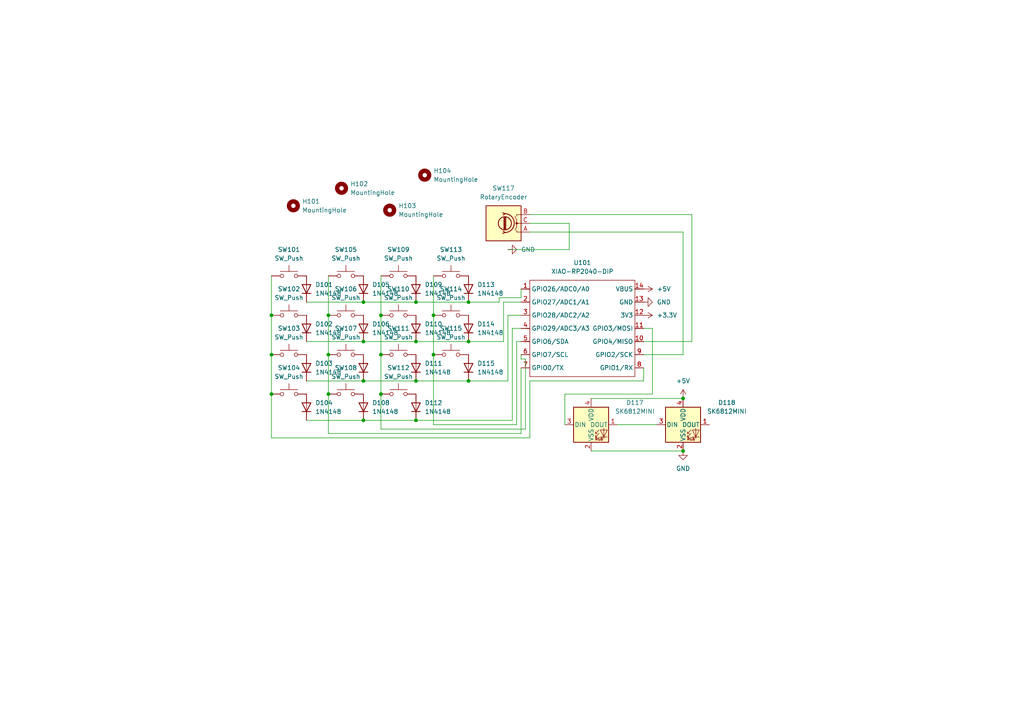
<source format=kicad_sch>
(kicad_sch (version 20250114) (generator "eeschema") (generator_version "9.0")
  (paper "A4")
  (title_block (title "hack Pad") (date "12/4/1225") (rev "1"))
  (lib_symbols
    (symbol "Device:RotaryEncoder" (pin_names (offset 0.254) (hide yes))
      (property "Reference" "SW" (at 0 6.604 0))
      (property "Value" "RotaryEncoder" (at 0 -6.604 0))
      (symbol "RotaryEncoder_0_1"
        (rectangle (start -5.08 5.08) (end 5.08 -5.08) (stroke (width 0.254)) (fill (type background)))
        (polyline (pts (xy -5.08 2.54) (xy -3.81 2.54) (xy -3.81 2.032)))
        (polyline (pts (xy -5.08 0) (xy -3.81 0) (xy -3.81 -1.016) (xy -3.302 -2.032)))
        (polyline (pts (xy -5.08 -2.54) (xy -3.81 -2.54) (xy -3.81 -2.032)))
        (polyline (pts (xy -4.318 0) (xy -3.81 0) (xy -3.81 1.016) (xy -3.302 2.032)))
        (circle (center -3.81 0) (radius 0.254) (fill (type outline)))
        (polyline (pts (xy -0.635 -1.778) (xy -0.635 1.778)) (stroke (width 0.254)))
        (circle (center -0.381 0) (radius 1.905) (stroke (width 0.254)))
        (polyline (pts (xy -0.381 -1.778) (xy -0.381 1.778)) (stroke (width 0.254)))
        (arc (start -0.381 -2.794) (mid -3.0988 -0.0635) (end -0.381 2.667) (stroke (width 0.254)))
        (polyline (pts (xy -0.127 1.778) (xy -0.127 -1.778)) (stroke (width 0.254)))
        (polyline (pts (xy 0.254 2.921) (xy -0.508 2.667) (xy 0.127 2.286)) (stroke (width 0.254)))
        (polyline (pts (xy 0.254 -3.048) (xy -0.508 -2.794) (xy 0.127 -2.413)) (stroke (width 0.254)))
      )
      (symbol "RotaryEncoder_1_1"
        (pin passive line (at -7.62 2.54 0) (length 2.54) (name "A") (number "A"))
        (pin passive line (at -7.62 0 0) (length 2.54) (name "C") (number "C"))
        (pin passive line (at -7.62 -2.54 0) (length 2.54) (name "B") (number "B"))
      )
    )
    (symbol "Diode:1N4148" (pin_numbers (hide yes)) (pin_names (hide yes))
      (property "Reference" "D" (at 0 2.54 0))
      (property "Value" "1N4148" (at 0 -2.54 0))
      (symbol "1N4148_0_1"
        (polyline (pts (xy -1.27 1.27) (xy -1.27 -1.27)) (stroke (width 0.254)))
        (polyline (pts (xy 1.27 1.27) (xy 1.27 -1.27) (xy -1.27 0) (xy 1.27 1.27)) (stroke (width 0.254)))
        (polyline (pts (xy 1.27 0) (xy -1.27 0)))
      )
      (symbol "1N4148_1_1"
        (pin passive line (at -3.81 0 0) (length 2.54) (name "K") (number "1"))
        (pin passive line (at 3.81 0 180) (length 2.54) (name "A") (number "2"))
      )
    )
    (symbol "LED:SK6812MINI" (pin_names (offset 0.254))
      (property "Reference" "D" (at 5.08 5.715 0))
      (property "Value" "SK6812MINI" (at 1.27 -5.715 0))
      (symbol "SK6812MINI_0_0"
        (text "RGB" (at 2.286 -4.191 0) (effects (font (size 0.762 0.762))))
      )
      (symbol "SK6812MINI_0_1"
        (polyline (pts (xy 1.27 -2.54) (xy 1.778 -2.54)))
        (polyline (pts (xy 1.27 -3.556) (xy 1.778 -3.556)))
        (polyline (pts (xy 2.286 -1.524) (xy 1.27 -2.54) (xy 1.27 -2.032)))
        (polyline (pts (xy 2.286 -2.54) (xy 1.27 -3.556) (xy 1.27 -3.048)))
        (polyline (pts (xy 3.683 -1.016) (xy 3.683 -3.556) (xy 3.683 -4.064)))
        (polyline (pts (xy 4.699 -1.524) (xy 2.667 -1.524) (xy 3.683 -3.556) (xy 4.699 -1.524)))
        (polyline (pts (xy 4.699 -3.556) (xy 2.667 -3.556)))
        (rectangle (start 5.08 5.08) (end -5.08 -5.08) (stroke (width 0.254)) (fill (type background)))
      )
      (symbol "SK6812MINI_1_1"
        (pin input line (at -7.62 0 0) (length 2.54) (name "DIN") (number "3"))
        (pin power_in line (at 0 7.62 270) (length 2.54) (name "VDD") (number "4"))
        (pin power_in line (at 0 -7.62 90) (length 2.54) (name "VSS") (number "2"))
        (pin output line (at 7.62 0 180) (length 2.54) (name "DOUT") (number "1"))
      )
    )
    (symbol "Mechanical:MountingHole" (pin_names (offset 1.016)) (in_bom no)
      (property "Reference" "H" (at 0 5.08 0))
      (property "Value" "MountingHole" (at 0 3.175 0))
      (symbol "MountingHole_0_1"
        (circle (center 0 0) (radius 1.27) (stroke (width 1.27)))
      )
    )
    (symbol "Switch:SW_Push" (pin_numbers (hide yes)) (pin_names (offset 1.016) (hide yes))
      (property "Reference" "SW" (at 1.27 2.54 0))
      (property "Value" "SW_Push" (at 0 -1.524 0))
      (symbol "SW_Push_0_1"
        (circle (center -2.032 0) (radius 0.508))
        (polyline (pts (xy 0 1.27) (xy 0 3.048)))
        (circle (center 2.032 0) (radius 0.508))
        (polyline (pts (xy 2.54 1.27) (xy -2.54 1.27)))
        (pin passive line (at -5.08 0 0) (length 2.54) (name "1") (number "1"))
        (pin passive line (at 5.08 0 180) (length 2.54) (name "2") (number "2"))
      )
    )
    (symbol "opl:XIAO-RP2040-DIP"
      (property "Reference" "U" (at 0 0 0))
      (property "Value" "XIAO-RP2040-DIP" (at 5.334 -1.778 0))
      (symbol "XIAO-RP2040-DIP_1_0"
        (polyline (pts (xy -1.27 -2.54) (xy 29.21 -2.54)) (stroke (width 0.1524)))
        (polyline (pts (xy -1.27 -5.08) (xy -2.54 -5.08)) (stroke (width 0.1524)))
        (polyline (pts (xy -1.27 -5.08) (xy -1.27 -2.54)) (stroke (width 0.1524)))
        (polyline (pts (xy -1.27 -8.89) (xy -2.54 -8.89)) (stroke (width 0.1524)))
        (polyline (pts (xy -1.27 -8.89) (xy -1.27 -5.08)) (stroke (width 0.1524)))
        (polyline (pts (xy -1.27 -12.7) (xy -2.54 -12.7)) (stroke (width 0.1524)))
        (polyline (pts (xy -1.27 -12.7) (xy -1.27 -8.89)) (stroke (width 0.1524)))
        (polyline (pts (xy -1.27 -16.51) (xy -2.54 -16.51)) (stroke (width 0.1524)))
        (polyline (pts (xy -1.27 -16.51) (xy -1.27 -12.7)) (stroke (width 0.1524)))
        (polyline (pts (xy -1.27 -20.32) (xy -2.54 -20.32)) (stroke (width 0.1524)))
        (polyline (pts (xy -1.27 -24.13) (xy -2.54 -24.13)) (stroke (width 0.1524)))
        (polyline (pts (xy -1.27 -27.94) (xy -2.54 -27.94)) (stroke (width 0.1524)))
        (polyline (pts (xy -1.27 -30.48) (xy -1.27 -16.51)) (stroke (width 0.1524)))
        (polyline (pts (xy 29.21 -2.54) (xy 29.21 -5.08)) (stroke (width 0.1524)))
        (polyline (pts (xy 29.21 -5.08) (xy 29.21 -8.89)) (stroke (width 0.1524)))
        (polyline (pts (xy 29.21 -8.89) (xy 29.21 -12.7)) (stroke (width 0.1524)))
        (polyline (pts (xy 29.21 -12.7) (xy 29.21 -30.48)) (stroke (width 0.1524)))
        (polyline (pts (xy 29.21 -30.48) (xy -1.27 -30.48)) (stroke (width 0.1524)))
        (polyline (pts (xy 30.48 -5.08) (xy 29.21 -5.08)) (stroke (width 0.1524)))
        (polyline (pts (xy 30.48 -8.89) (xy 29.21 -8.89)) (stroke (width 0.1524)))
        (polyline (pts (xy 30.48 -12.7) (xy 29.21 -12.7)) (stroke (width 0.1524)))
        (polyline (pts (xy 30.48 -16.51) (xy 29.21 -16.51)) (stroke (width 0.1524)))
        (polyline (pts (xy 30.48 -20.32) (xy 29.21 -20.32)) (stroke (width 0.1524)))
        (polyline (pts (xy 30.48 -24.13) (xy 29.21 -24.13)) (stroke (width 0.1524)))
        (polyline (pts (xy 30.48 -27.94) (xy 29.21 -27.94)) (stroke (width 0.1524)))
        (pin passive line (at -3.81 -5.08 0) (length 2.54) (name "GPIO26/ADC0/A0") (number "1"))
        (pin passive line (at -3.81 -8.89 0) (length 2.54) (name "GPIO27/ADC1/A1") (number "2"))
        (pin passive line (at -3.81 -12.7 0) (length 2.54) (name "GPIO28/ADC2/A2") (number "3"))
        (pin passive line (at -3.81 -16.51 0) (length 2.54) (name "GPIO29/ADC3/A3") (number "4"))
        (pin passive line (at -3.81 -20.32 0) (length 2.54) (name "GPIO6/SDA") (number "5"))
        (pin passive line (at -3.81 -24.13 0) (length 2.54) (name "GPIO7/SCL") (number "6"))
        (pin passive line (at -3.81 -27.94 0) (length 2.54) (name "GPIO0/TX") (number "7"))
        (pin passive line (at 31.75 -5.08 180) (length 2.54) (name "VBUS") (number "14"))
        (pin passive line (at 31.75 -8.89 180) (length 2.54) (name "GND") (number "13"))
        (pin passive line (at 31.75 -12.7 180) (length 2.54) (name "3V3") (number "12"))
        (pin passive line (at 31.75 -16.51 180) (length 2.54) (name "GPIO3/MOSI") (number "11"))
        (pin passive line (at 31.75 -20.32 180) (length 2.54) (name "GPIO4/MISO") (number "10"))
        (pin passive line (at 31.75 -24.13 180) (length 2.54) (name "GPIO2/SCK") (number "9"))
        (pin passive line (at 31.75 -27.94 180) (length 2.54) (name "GPIO1/RX") (number "8"))
      )
    )
    (symbol "power:+3.3V" (power) (pin_numbers (hide yes)) (pin_names (offset 0) (hide yes))
      (property "Value" "+3.3V" (at 0 3.556 0))
      (symbol "+3.3V_0_1"
        (polyline (pts (xy -0.762 1.27) (xy 0 2.54)))
        (polyline (pts (xy 0 2.54) (xy 0.762 1.27)))
        (polyline (pts (xy 0 0) (xy 0 2.54)))
      )
      (symbol "+3.3V_1_1"
        (pin power_in line (at 0 0 90) (length 0) (name "~") (number "1"))
      )
    )
    (symbol "power:+5V" (power) (pin_numbers (hide yes)) (pin_names (offset 0) (hide yes))
      (property "Value" "+5V" (at 0 3.556 0))
      (symbol "+5V_0_1"
        (polyline (pts (xy -0.762 1.27) (xy 0 2.54)))
        (polyline (pts (xy 0 2.54) (xy 0.762 1.27)))
        (polyline (pts (xy 0 0) (xy 0 2.54)))
      )
      (symbol "+5V_1_1"
        (pin power_in line (at 0 0 90) (length 0) (name "~") (number "1"))
      )
    )
    (symbol "power:GND" (power) (pin_numbers (hide yes)) (pin_names (offset 0) (hide yes))
      (property "Value" "GND" (at 0 -3.81 0))
      (symbol "GND_0_1"
        (polyline (pts (xy 0 0) (xy 0 -1.27) (xy 1.27 -1.27) (xy 0 -2.54) (xy -1.27 -1.27) (xy 0 -1.27)))
      )
      (symbol "GND_1_1"
        (pin power_in line (at 0 0 270) (length 0) (name "~") (number "1"))
      )
    )
  )
  (junction (at 95.25 102.87))
  (junction (at 105.41 110.49))
  (junction (at 198.12 115.57))
  (junction (at 135.89 87.63))
  (junction (at 95.25 114.3))
  (junction (at 105.41 87.63))
  (junction (at 110.49 102.87))
  (junction (at 125.73 91.44))
  (junction (at 135.89 110.49))
  (junction (at 125.73 102.87))
  (junction (at 198.12 130.81))
  (junction (at 110.49 114.3))
  (junction (at 110.49 91.44))
  (junction (at 105.41 99.06))
  (junction (at 120.65 110.49))
  (junction (at 78.74 91.44))
  (junction (at 105.41 121.92))
  (junction (at 135.89 99.06))
  (junction (at 95.25 91.44))
  (junction (at 120.65 121.92))
  (junction (at 120.65 87.63))
  (junction (at 78.74 102.87))
  (junction (at 78.74 114.3))
  (junction (at 120.65 99.06))
  (wire (pts (xy 147.32 110.49) (xy 147.32 91.44)))
  (wire (pts (xy 78.74 102.87) (xy 78.74 114.3)))
  (wire (pts (xy 95.25 91.44) (xy 95.25 102.87)))
  (wire (pts (xy 95.25 102.87) (xy 95.25 114.3)))
  (wire (pts (xy 110.49 124.46) (xy 152.4 124.46)))
  (wire (pts (xy 88.9 99.06) (xy 105.41 99.06)))
  (wire (pts (xy 186.69 95.25) (xy 189.23 95.25)))
  (wire (pts (xy 189.23 95.25) (xy 189.23 114.3)))
  (wire (pts (xy 151.13 125.73) (xy 151.13 106.68)))
  (wire (pts (xy 120.65 87.63) (xy 135.89 87.63)))
  (wire (pts (xy 144.78 87.63) (xy 144.78 86.36)))
  (wire (pts (xy 105.41 87.63) (xy 120.65 87.63)))
  (wire (pts (xy 186.69 99.06) (xy 200.66 99.06)))
  (wire (pts (xy 105.41 121.92) (xy 120.65 121.92)))
  (wire (pts (xy 125.73 91.44) (xy 125.73 102.87)))
  (wire (pts (xy 171.45 130.81) (xy 198.12 130.81)))
  (wire (pts (xy 152.4 104.14) (xy 151.13 104.14)))
  (wire (pts (xy 110.49 91.44) (xy 110.49 102.87)))
  (wire (pts (xy 153.67 64.77) (xy 165.1 64.77)))
  (wire (pts (xy 146.05 99.06) (xy 146.05 87.63)))
  (wire (pts (xy 88.9 87.63) (xy 105.41 87.63)))
  (wire (pts (xy 135.89 110.49) (xy 147.32 110.49)))
  (wire (pts (xy 153.67 67.31) (xy 198.12 67.31)))
  (wire (pts (xy 110.49 102.87) (xy 110.49 114.3)))
  (wire (pts (xy 149.86 99.06) (xy 151.13 99.06)))
  (wire (pts (xy 148.59 121.92) (xy 148.59 95.25)))
  (wire (pts (xy 200.66 62.23) (xy 200.66 99.06)))
  (wire (pts (xy 163.83 114.3) (xy 163.83 123.19)))
  (wire (pts (xy 110.49 114.3) (xy 110.49 124.46)))
  (wire (pts (xy 95.25 125.73) (xy 151.13 125.73)))
  (wire (pts (xy 179.07 123.19) (xy 190.5 123.19)))
  (wire (pts (xy 144.78 86.36) (xy 151.13 86.36)))
  (wire (pts (xy 88.9 121.92) (xy 105.41 121.92)))
  (wire (pts (xy 149.86 123.19) (xy 149.86 99.06)))
  (wire (pts (xy 153.67 110.49) (xy 186.69 110.49)))
  (wire (pts (xy 125.73 80.01) (xy 125.73 91.44)))
  (wire (pts (xy 148.59 95.25) (xy 151.13 95.25)))
  (wire (pts (xy 151.13 86.36) (xy 151.13 83.82)))
  (wire (pts (xy 198.12 67.31) (xy 198.12 102.87)))
  (wire (pts (xy 135.89 99.06) (xy 146.05 99.06)))
  (wire (pts (xy 105.41 110.49) (xy 120.65 110.49)))
  (wire (pts (xy 78.74 91.44) (xy 78.74 102.87)))
  (wire (pts (xy 78.74 127) (xy 153.67 127)))
  (wire (pts (xy 165.1 72.39) (xy 147.32 72.39)))
  (wire (pts (xy 189.23 114.3) (xy 163.83 114.3)))
  (wire (pts (xy 125.73 102.87) (xy 125.73 123.19)))
  (wire (pts (xy 152.4 124.46) (xy 152.4 104.14)))
  (wire (pts (xy 78.74 114.3) (xy 78.74 127)))
  (wire (pts (xy 88.9 110.49) (xy 105.41 110.49)))
  (wire (pts (xy 95.25 80.01) (xy 95.25 91.44)))
  (wire (pts (xy 186.69 110.49) (xy 186.69 106.68)))
  (wire (pts (xy 186.69 102.87) (xy 198.12 102.87)))
  (wire (pts (xy 120.65 99.06) (xy 135.89 99.06)))
  (wire (pts (xy 135.89 87.63) (xy 144.78 87.63)))
  (wire (pts (xy 146.05 87.63) (xy 151.13 87.63)))
  (wire (pts (xy 110.49 80.01) (xy 110.49 91.44)))
  (wire (pts (xy 78.74 80.01) (xy 78.74 91.44)))
  (wire (pts (xy 120.65 110.49) (xy 135.89 110.49)))
  (wire (pts (xy 151.13 102.87) (xy 151.13 104.14)))
  (wire (pts (xy 125.73 123.19) (xy 149.86 123.19)))
  (wire (pts (xy 147.32 91.44) (xy 151.13 91.44)))
  (wire (pts (xy 171.45 115.57) (xy 198.12 115.57)))
  (wire (pts (xy 120.65 121.92) (xy 148.59 121.92)))
  (wire (pts (xy 153.67 62.23) (xy 200.66 62.23)))
  (wire (pts (xy 153.67 127) (xy 153.67 110.49)))
  (wire (pts (xy 165.1 64.77) (xy 165.1 72.39)))
  (wire (pts (xy 95.25 114.3) (xy 95.25 125.73)))
  (wire (pts (xy 105.41 99.06) (xy 120.65 99.06)))
  (symbol (lib_id "power:+5V") (at 186.69 83.82 270) (unit 1)
    (property "Reference" "#PWR0102" (effects (hide yes)))
    (property "Value" "+5V" (at 190.5 83.8199 90) (effects (justify left)))
    (property "Description" "Power symbol creates a global label with name \"+5V\"" (effects (hide yes)))
  )
  (symbol (lib_id "Mechanical:MountingHole") (at 123.19 50.8 0) (unit 1) (in_bom no)
    (property "Reference" "H104" (at 125.73 49.5299 0) (effects (justify left)))
    (property "Value" "MountingHole" (at 125.73 52.0699 0) (effects (justify left)))
    (property "Footprint" "MountingHole:MountingHole_3.2mm_M3" (effects (hide yes)))
    (property "Description" "Mounting Hole without connection" (effects (hide yes)))
  )
  (symbol (lib_id "Switch:SW_Push") (at 115.57 91.44 0) (unit 1)
    (property "Reference" "SW110" (at 115.57 83.82 0))
    (property "Value" "SW_Push" (at 115.57 86.36 0))
    (property "Footprint" "Button_Switch_Keyboard:SW_Cherry_MX_1.00u_PCB" (effects (hide yes)))
    (property "Description" "Push button switch, generic, two pins" (effects (hide yes)))
  )
  (symbol (lib_id "Switch:SW_Push") (at 100.33 91.44 0) (unit 1)
    (property "Reference" "SW106" (at 100.33 83.82 0))
    (property "Value" "SW_Push" (at 100.33 86.36 0))
    (property "Footprint" "Button_Switch_Keyboard:SW_Cherry_MX_1.00u_PCB" (effects (hide yes)))
    (property "Description" "Push button switch, generic, two pins" (effects (hide yes)))
  )
  (symbol (lib_id "Mechanical:MountingHole") (at 113.03 60.96 0) (unit 1) (in_bom no)
    (property "Reference" "H103" (at 115.57 59.6899 0) (effects (justify left)))
    (property "Value" "MountingHole" (at 115.57 62.2299 0) (effects (justify left)))
    (property "Footprint" "MountingHole:MountingHole_3.2mm_M3" (effects (hide yes)))
    (property "Description" "Mounting Hole without connection" (effects (hide yes)))
  )
  (symbol (lib_id "Diode:1N4148") (at 105.41 95.25 90) (unit 1)
    (property "Reference" "D106" (at 107.95 93.9799 90) (effects (justify right)))
    (property "Value" "1N4148" (at 107.95 96.5199 90) (effects (justify right)))
    (property "Footprint" "Diode_THT:D_DO-35_SOD27_P7.62mm_Horizontal" (effects (hide yes)))
    (property "Datasheet" "https://assets.nexperia.com/documents/data-sheet/1N4148_1N4448.pdf" (effects (hide yes)))
    (property "Description" "100V 0.15A standard switching diode, DO-35" (effects (hide yes)))
    (property "Sim.Device" "D" (effects (hide yes)))
    (property "Sim.Pins" "1=K 2=A" (effects (hide yes)))
  )
  (symbol (lib_id "Mechanical:MountingHole") (at 99.06 54.61 0) (unit 1) (in_bom no)
    (property "Reference" "H102" (at 101.6 53.3399 0) (effects (justify left)))
    (property "Value" "MountingHole" (at 101.6 55.8799 0) (effects (justify left)))
    (property "Footprint" "MountingHole:MountingHole_3.2mm_M3" (effects (hide yes)))
    (property "Description" "Mounting Hole without connection" (effects (hide yes)))
  )
  (symbol (lib_id "Diode:1N4148") (at 120.65 83.82 90) (unit 1)
    (property "Reference" "D109" (at 123.19 82.5499 90) (effects (justify right)))
    (property "Value" "1N4148" (at 123.19 85.0899 90) (effects (justify right)))
    (property "Footprint" "Diode_THT:D_DO-35_SOD27_P7.62mm_Horizontal" (effects (hide yes)))
    (property "Datasheet" "https://assets.nexperia.com/documents/data-sheet/1N4148_1N4448.pdf" (effects (hide yes)))
    (property "Description" "100V 0.15A standard switching diode, DO-35" (effects (hide yes)))
    (property "Sim.Device" "D" (effects (hide yes)))
    (property "Sim.Pins" "1=K 2=A" (effects (hide yes)))
  )
  (symbol (lib_id "Diode:1N4148") (at 88.9 83.82 90) (unit 1)
    (property "Reference" "D101" (at 91.44 82.5499 90) (effects (justify right)))
    (property "Value" "1N4148" (at 91.44 85.0899 90) (effects (justify right)))
    (property "Footprint" "Diode_THT:D_DO-35_SOD27_P7.62mm_Horizontal" (effects (hide yes)))
    (property "Datasheet" "https://assets.nexperia.com/documents/data-sheet/1N4148_1N4448.pdf" (effects (hide yes)))
    (property "Description" "100V 0.15A standard switching diode, DO-35" (effects (hide yes)))
    (property "Sim.Device" "D" (effects (hide yes)))
    (property "Sim.Pins" "1=K 2=A" (effects (hide yes)))
  )
  (symbol (lib_id "Diode:1N4148") (at 120.65 118.11 90) (unit 1)
    (property "Reference" "D112" (at 123.19 116.8399 90) (effects (justify right)))
    (property "Value" "1N4148" (at 123.19 119.3799 90) (effects (justify right)))
    (property "Footprint" "Diode_THT:D_DO-35_SOD27_P7.62mm_Horizontal" (effects (hide yes)))
    (property "Datasheet" "https://assets.nexperia.com/documents/data-sheet/1N4148_1N4448.pdf" (effects (hide yes)))
    (property "Description" "100V 0.15A standard switching diode, DO-35" (effects (hide yes)))
    (property "Sim.Device" "D" (effects (hide yes)))
    (property "Sim.Pins" "1=K 2=A" (effects (hide yes)))
  )
  (symbol (lib_id "Switch:SW_Push") (at 130.81 80.01 0) (unit 1)
    (property "Reference" "SW113" (at 130.81 72.39 0))
    (property "Value" "SW_Push" (at 130.81 74.93 0))
    (property "Footprint" "Button_Switch_Keyboard:SW_Cherry_MX_1.00u_PCB" (effects (hide yes)))
    (property "Description" "Push button switch, generic, two pins" (effects (hide yes)))
  )
  (symbol (lib_id "Diode:1N4148") (at 88.9 118.11 90) (unit 1)
    (property "Reference" "D104" (at 91.44 116.8399 90) (effects (justify right)))
    (property "Value" "1N4148" (at 91.44 119.3799 90) (effects (justify right)))
    (property "Footprint" "Diode_THT:D_DO-35_SOD27_P7.62mm_Horizontal" (effects (hide yes)))
    (property "Datasheet" "https://assets.nexperia.com/documents/data-sheet/1N4148_1N4448.pdf" (effects (hide yes)))
    (property "Description" "100V 0.15A standard switching diode, DO-35" (effects (hide yes)))
    (property "Sim.Device" "D" (effects (hide yes)))
    (property "Sim.Pins" "1=K 2=A" (effects (hide yes)))
  )
  (symbol (lib_id "Diode:1N4148") (at 105.41 118.11 90) (unit 1)
    (property "Reference" "D108" (at 107.95 116.8399 90) (effects (justify right)))
    (property "Value" "1N4148" (at 107.95 119.3799 90) (effects (justify right)))
    (property "Footprint" "Diode_THT:D_DO-35_SOD27_P7.62mm_Horizontal" (effects (hide yes)))
    (property "Datasheet" "https://assets.nexperia.com/documents/data-sheet/1N4148_1N4448.pdf" (effects (hide yes)))
    (property "Description" "100V 0.15A standard switching diode, DO-35" (effects (hide yes)))
    (property "Sim.Device" "D" (effects (hide yes)))
    (property "Sim.Pins" "1=K 2=A" (effects (hide yes)))
  )
  (symbol (lib_id "Diode:1N4148") (at 135.89 95.25 90) (unit 1)
    (property "Reference" "D114" (at 138.43 93.9799 90) (effects (justify right)))
    (property "Value" "1N4148" (at 138.43 96.5199 90) (effects (justify right)))
    (property "Footprint" "Diode_THT:D_DO-35_SOD27_P7.62mm_Horizontal" (effects (hide yes)))
    (property "Datasheet" "https://assets.nexperia.com/documents/data-sheet/1N4148_1N4448.pdf" (effects (hide yes)))
    (property "Description" "100V 0.15A standard switching diode, DO-35" (effects (hide yes)))
    (property "Sim.Device" "D" (effects (hide yes)))
    (property "Sim.Pins" "1=K 2=A" (effects (hide yes)))
  )
  (symbol (lib_id "opl:XIAO-RP2040-DIP") (at 154.94 78.74 0) (unit 1)
    (property "Reference" "U101" (at 168.91 76.2 0))
    (property "Value" "XIAO-RP2040-DIP" (at 168.91 78.74 0))
    (property "Footprint" "opl:XIAO-RP2040-DIP" (effects (hide yes)))
  )
  (symbol (lib_id "power:+5V") (at 198.12 115.57 0) (unit 1)
    (property "Reference" "#PWR0105" (effects (hide yes)))
    (property "Value" "+5V" (at 198.12 110.49 0))
    (property "Description" "Power symbol creates a global label with name \"+5V\"" (effects (hide yes)))
  )
  (symbol (lib_id "Switch:SW_Push") (at 83.82 80.01 0) (unit 1)
    (property "Reference" "SW101" (at 83.82 72.39 0))
    (property "Value" "SW_Push" (at 83.82 74.93 0))
    (property "Footprint" "Button_Switch_Keyboard:SW_Cherry_MX_1.00u_PCB" (effects (hide yes)))
    (property "Description" "Push button switch, generic, two pins" (effects (hide yes)))
  )
  (symbol (lib_id "Switch:SW_Push") (at 115.57 114.3 0) (unit 1)
    (property "Reference" "SW112" (at 115.57 106.68 0))
    (property "Value" "SW_Push" (at 115.57 109.22 0))
    (property "Footprint" "Button_Switch_Keyboard:SW_Cherry_MX_1.00u_PCB" (effects (hide yes)))
    (property "Description" "Push button switch, generic, two pins" (effects (hide yes)))
  )
  (symbol (lib_id "Switch:SW_Push") (at 130.81 102.87 0) (unit 1)
    (property "Reference" "SW115" (at 130.81 95.25 0))
    (property "Value" "SW_Push" (at 130.81 97.79 0))
    (property "Footprint" "Button_Switch_Keyboard:SW_Cherry_MX_1.00u_PCB" (effects (hide yes)))
    (property "Description" "Push button switch, generic, two pins" (effects (hide yes)))
  )
  (symbol (lib_id "Switch:SW_Push") (at 115.57 80.01 0) (unit 1)
    (property "Reference" "SW109" (at 115.57 72.39 0))
    (property "Value" "SW_Push" (at 115.57 74.93 0))
    (property "Footprint" "Button_Switch_Keyboard:SW_Cherry_MX_1.00u_PCB" (effects (hide yes)))
    (property "Description" "Push button switch, generic, two pins" (effects (hide yes)))
  )
  (symbol (lib_id "Switch:SW_Push") (at 100.33 80.01 0) (unit 1)
    (property "Reference" "SW105" (at 100.33 72.39 0))
    (property "Value" "SW_Push" (at 100.33 74.93 0))
    (property "Footprint" "Button_Switch_Keyboard:SW_Cherry_MX_1.00u_PCB" (effects (hide yes)))
    (property "Description" "Push button switch, generic, two pins" (effects (hide yes)))
  )
  (symbol (lib_id "Diode:1N4148") (at 88.9 95.25 90) (unit 1)
    (property "Reference" "D102" (at 91.44 93.9799 90) (effects (justify right)))
    (property "Value" "1N4148" (at 91.44 96.5199 90) (effects (justify right)))
    (property "Footprint" "Diode_THT:D_DO-35_SOD27_P7.62mm_Horizontal" (effects (hide yes)))
    (property "Datasheet" "https://assets.nexperia.com/documents/data-sheet/1N4148_1N4448.pdf" (effects (hide yes)))
    (property "Description" "100V 0.15A standard switching diode, DO-35" (effects (hide yes)))
    (property "Sim.Device" "D" (effects (hide yes)))
    (property "Sim.Pins" "1=K 2=A" (effects (hide yes)))
  )
  (symbol (lib_id "Switch:SW_Push") (at 83.82 114.3 0) (unit 1)
    (property "Reference" "SW104" (at 83.82 106.68 0))
    (property "Value" "SW_Push" (at 83.82 109.22 0))
    (property "Footprint" "Button_Switch_Keyboard:SW_Cherry_MX_1.00u_PCB" (effects (hide yes)))
    (property "Description" "Push button switch, generic, two pins" (effects (hide yes)))
  )
  (symbol (lib_id "power:GND") (at 198.12 130.81 0) (unit 1)
    (property "Reference" "#PWR0106" (effects (hide yes)))
    (property "Value" "GND" (at 198.12 135.89 0))
    (property "Description" "Power symbol creates a global label with name \"GND\" , ground" (effects (hide yes)))
  )
  (symbol (lib_id "Switch:SW_Push") (at 115.57 102.87 0) (unit 1)
    (property "Reference" "SW111" (at 115.57 95.25 0))
    (property "Value" "SW_Push" (at 115.57 97.79 0))
    (property "Footprint" "Button_Switch_Keyboard:SW_Cherry_MX_1.00u_PCB" (effects (hide yes)))
    (property "Description" "Push button switch, generic, two pins" (effects (hide yes)))
  )
  (symbol (lib_id "Diode:1N4148") (at 120.65 95.25 90) (unit 1)
    (property "Reference" "D110" (at 123.19 93.9799 90) (effects (justify right)))
    (property "Value" "1N4148" (at 123.19 96.5199 90) (effects (justify right)))
    (property "Footprint" "Diode_THT:D_DO-35_SOD27_P7.62mm_Horizontal" (effects (hide yes)))
    (property "Datasheet" "https://assets.nexperia.com/documents/data-sheet/1N4148_1N4448.pdf" (effects (hide yes)))
    (property "Description" "100V 0.15A standard switching diode, DO-35" (effects (hide yes)))
    (property "Sim.Device" "D" (effects (hide yes)))
    (property "Sim.Pins" "1=K 2=A" (effects (hide yes)))
  )
  (symbol (lib_id "LED:SK6812MINI") (at 198.12 123.19 0) (unit 1)
    (property "Reference" "D118" (at 210.82 116.7698 0))
    (property "Value" "SK6812MINI" (at 210.82 119.3098 0))
    (property "Footprint" "LED_SMD:LED_SK6812MINI_PLCC4_3.5x3.5mm_P1.75mm" (effects (hide yes)))
    (property "Datasheet" "https://cdn-shop.adafruit.com/product-files/2686/SK6812MINI_REV.01-1-2.pdf" (effects (hide yes)))
    (property "Description" "RGB LED with integrated controller" (effects (hide yes)))
  )
  (symbol (lib_id "Diode:1N4148") (at 120.65 106.68 90) (unit 1)
    (property "Reference" "D111" (at 123.19 105.4099 90) (effects (justify right)))
    (property "Value" "1N4148" (at 123.19 107.9499 90) (effects (justify right)))
    (property "Footprint" "Diode_THT:D_DO-35_SOD27_P7.62mm_Horizontal" (effects (hide yes)))
    (property "Datasheet" "https://assets.nexperia.com/documents/data-sheet/1N4148_1N4448.pdf" (effects (hide yes)))
    (property "Description" "100V 0.15A standard switching diode, DO-35" (effects (hide yes)))
    (property "Sim.Device" "D" (effects (hide yes)))
    (property "Sim.Pins" "1=K 2=A" (effects (hide yes)))
  )
  (symbol (lib_id "Diode:1N4148") (at 88.9 106.68 90) (unit 1)
    (property "Reference" "D103" (at 91.44 105.4099 90) (effects (justify right)))
    (property "Value" "1N4148" (at 91.44 107.9499 90) (effects (justify right)))
    (property "Footprint" "Diode_THT:D_DO-35_SOD27_P7.62mm_Horizontal" (effects (hide yes)))
    (property "Datasheet" "https://assets.nexperia.com/documents/data-sheet/1N4148_1N4448.pdf" (effects (hide yes)))
    (property "Description" "100V 0.15A standard switching diode, DO-35" (effects (hide yes)))
    (property "Sim.Device" "D" (effects (hide yes)))
    (property "Sim.Pins" "1=K 2=A" (effects (hide yes)))
  )
  (symbol (lib_id "Switch:SW_Push") (at 100.33 102.87 0) (unit 1)
    (property "Reference" "SW107" (at 100.33 95.25 0))
    (property "Value" "SW_Push" (at 100.33 97.79 0))
    (property "Footprint" "Button_Switch_Keyboard:SW_Cherry_MX_1.00u_PCB" (effects (hide yes)))
    (property "Description" "Push button switch, generic, two pins" (effects (hide yes)))
  )
  (symbol (lib_id "Switch:SW_Push") (at 130.81 91.44 0) (unit 1)
    (property "Reference" "SW114" (at 130.81 83.82 0))
    (property "Value" "SW_Push" (at 130.81 86.36 0))
    (property "Footprint" "Button_Switch_Keyboard:SW_Cherry_MX_1.00u_PCB" (effects (hide yes)))
    (property "Description" "Push button switch, generic, two pins" (effects (hide yes)))
  )
  (symbol (lib_id "Device:RotaryEncoder") (at 146.05 64.77 180) (unit 1)
    (property "Reference" "SW117" (at 146.05 54.61 0))
    (property "Value" "RotaryEncoder" (at 146.05 57.15 0))
    (property "Footprint" "Rotary_Encoder:RotaryEncoder_Alps_EC11E_Vertical_H20mm" (effects (hide yes)))
    (property "Description" "Rotary encoder, dual channel, incremental quadrate outputs" (effects (hide yes)))
  )
  (symbol (lib_id "LED:SK6812MINI") (at 171.45 123.19 0) (unit 1)
    (property "Reference" "D117" (at 184.15 116.7698 0))
    (property "Value" "SK6812MINI" (at 184.15 119.3098 0))
    (property "Footprint" "LED_SMD:LED_SK6812MINI_PLCC4_3.5x3.5mm_P1.75mm" (effects (hide yes)))
    (property "Datasheet" "https://cdn-shop.adafruit.com/product-files/2686/SK6812MINI_REV.01-1-2.pdf" (effects (hide yes)))
    (property "Description" "RGB LED with integrated controller" (effects (hide yes)))
  )
  (symbol (lib_id "power:GND") (at 186.69 87.63 90) (unit 1)
    (property "Reference" "#PWR0103" (effects (hide yes)))
    (property "Value" "GND" (at 190.5 87.6299 90) (effects (justify right)))
    (property "Description" "Power symbol creates a global label with name \"GND\" , ground" (effects (hide yes)))
  )
  (symbol (lib_id "power:+3.3V") (at 186.69 91.44 270) (unit 1)
    (property "Reference" "#PWR0104" (effects (hide yes)))
    (property "Value" "+3.3V" (at 190.5 91.4399 90) (effects (justify left)))
    (property "Description" "Power symbol creates a global label with name \"+3.3V\"" (effects (hide yes)))
  )
  (symbol (lib_id "Switch:SW_Push") (at 100.33 114.3 0) (unit 1)
    (property "Reference" "SW108" (at 100.33 106.68 0))
    (property "Value" "SW_Push" (at 100.33 109.22 0))
    (property "Footprint" "Button_Switch_Keyboard:SW_Cherry_MX_1.00u_PCB" (effects (hide yes)))
    (property "Description" "Push button switch, generic, two pins" (effects (hide yes)))
  )
  (symbol (lib_id "Mechanical:MountingHole") (at 85.09 59.69 0) (unit 1) (in_bom no)
    (property "Reference" "H101" (at 87.63 58.4199 0) (effects (justify left)))
    (property "Value" "MountingHole" (at 87.63 60.9599 0) (effects (justify left)))
    (property "Footprint" "MountingHole:MountingHole_3.2mm_M3" (effects (hide yes)))
    (property "Description" "Mounting Hole without connection" (effects (hide yes)))
  )
  (symbol (lib_id "Diode:1N4148") (at 135.89 83.82 90) (unit 1)
    (property "Reference" "D113" (at 138.43 82.5499 90) (effects (justify right)))
    (property "Value" "1N4148" (at 138.43 85.0899 90) (effects (justify right)))
    (property "Footprint" "Diode_THT:D_DO-35_SOD27_P7.62mm_Horizontal" (effects (hide yes)))
    (property "Datasheet" "https://assets.nexperia.com/documents/data-sheet/1N4148_1N4448.pdf" (effects (hide yes)))
    (property "Description" "100V 0.15A standard switching diode, DO-35" (effects (hide yes)))
    (property "Sim.Device" "D" (effects (hide yes)))
    (property "Sim.Pins" "1=K 2=A" (effects (hide yes)))
  )
  (symbol (lib_id "Switch:SW_Push") (at 83.82 102.87 0) (unit 1)
    (property "Reference" "SW103" (at 83.82 95.25 0))
    (property "Value" "SW_Push" (at 83.82 97.79 0))
    (property "Footprint" "Button_Switch_Keyboard:SW_Cherry_MX_1.00u_PCB" (effects (hide yes)))
    (property "Description" "Push button switch, generic, two pins" (effects (hide yes)))
  )
  (symbol (lib_id "Switch:SW_Push") (at 83.82 91.44 0) (unit 1)
    (property "Reference" "SW102" (at 83.82 83.82 0))
    (property "Value" "SW_Push" (at 83.82 86.36 0))
    (property "Footprint" "Button_Switch_Keyboard:SW_Cherry_MX_1.00u_PCB" (effects (hide yes)))
    (property "Description" "Push button switch, generic, two pins" (effects (hide yes)))
  )
  (symbol (lib_id "power:GND") (at 147.32 72.39 90) (unit 1)
    (property "Reference" "#PWR0101" (effects (hide yes)))
    (property "Value" "GND" (at 151.13 72.3899 90) (effects (justify right)))
    (property "Description" "Power symbol creates a global label with name \"GND\" , ground" (effects (hide yes)))
  )
  (symbol (lib_id "Diode:1N4148") (at 135.89 106.68 90) (unit 1)
    (property "Reference" "D115" (at 138.43 105.4099 90) (effects (justify right)))
    (property "Value" "1N4148" (at 138.43 107.9499 90) (effects (justify right)))
    (property "Footprint" "Diode_THT:D_DO-35_SOD27_P7.62mm_Horizontal" (effects (hide yes)))
    (property "Datasheet" "https://assets.nexperia.com/documents/data-sheet/1N4148_1N4448.pdf" (effects (hide yes)))
    (property "Description" "100V 0.15A standard switching diode, DO-35" (effects (hide yes)))
    (property "Sim.Device" "D" (effects (hide yes)))
    (property "Sim.Pins" "1=K 2=A" (effects (hide yes)))
  )
  (symbol (lib_id "Diode:1N4148") (at 105.41 106.68 90) (unit 1)
    (property "Reference" "D107" (effects (hide yes)))
    (property "Value" "1N4148" (effects (hide yes)))
    (property "Footprint" "Diode_THT:D_DO-35_SOD27_P7.62mm_Horizontal" (effects (hide yes)))
    (property "Datasheet" "https://assets.nexperia.com/documents/data-sheet/1N4148_1N4448.pdf" (effects (hide yes)))
    (property "Description" "100V 0.15A standard switching diode, DO-35" (effects (hide yes)))
    (property "Sim.Device" "D" (effects (hide yes)))
    (property "Sim.Pins" "1=K 2=A" (effects (hide yes)))
  )
  (symbol (lib_id "Diode:1N4148") (at 105.41 83.82 90) (unit 1)
    (property "Reference" "D105" (at 107.95 82.5499 90) (effects (justify right)))
    (property "Value" "1N4148" (at 107.95 85.0899 90) (effects (justify right)))
    (property "Footprint" "Diode_THT:D_DO-35_SOD27_P7.62mm_Horizontal" (effects (hide yes)))
    (property "Datasheet" "https://assets.nexperia.com/documents/data-sheet/1N4148_1N4448.pdf" (effects (hide yes)))
    (property "Description" "100V 0.15A standard switching diode, DO-35" (effects (hide yes)))
    (property "Sim.Device" "D" (effects (hide yes)))
    (property "Sim.Pins" "1=K 2=A" (effects (hide yes)))
  )
)
</source>
